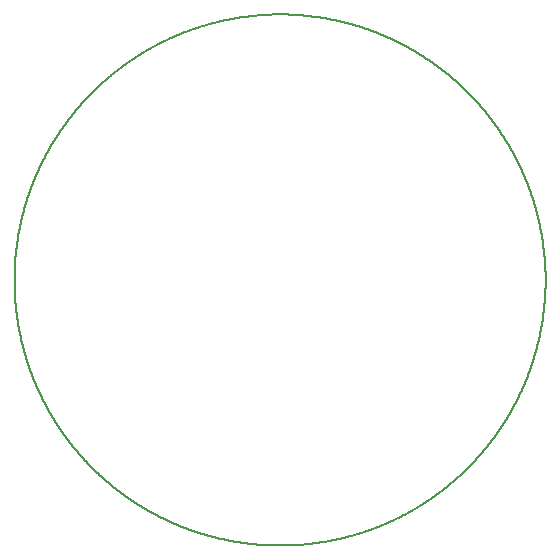
<source format=gm1>
G04 MADE WITH FRITZING*
G04 WWW.FRITZING.ORG*
G04 DOUBLE SIDED*
G04 HOLES PLATED*
G04 CONTOUR ON CENTER OF CONTOUR VECTOR*
%ASAXBY*%
%FSLAX23Y23*%
%MOIN*%
%OFA0B0*%
%SFA1.0B1.0*%
%ADD10C,0.008*%
%LNCONTOUR*%
G90*
G70*
G54D10*
X857Y1772D02*
X858Y1772D01*
X859Y1772D01*
X860Y1772D01*
X861Y1772D01*
X862Y1772D01*
X863Y1772D01*
X864Y1772D01*
X865Y1772D01*
X866Y1772D01*
X867Y1772D01*
X868Y1772D01*
X869Y1772D01*
X870Y1772D01*
X871Y1772D01*
X872Y1772D01*
X873Y1772D01*
X874Y1772D01*
X875Y1772D01*
X876Y1772D01*
X877Y1772D01*
X878Y1772D01*
X879Y1772D01*
X880Y1772D01*
X881Y1772D01*
X882Y1772D01*
X883Y1772D01*
X884Y1772D01*
X885Y1772D01*
X886Y1772D01*
X887Y1772D01*
X888Y1772D01*
X889Y1772D01*
X890Y1772D01*
X891Y1772D01*
X892Y1772D01*
X893Y1772D01*
X894Y1772D01*
X895Y1772D01*
X896Y1772D01*
X897Y1772D01*
X898Y1772D01*
X899Y1772D01*
X900Y1772D01*
X901Y1772D01*
X902Y1772D01*
X903Y1772D01*
X904Y1772D01*
X905Y1772D01*
X906Y1772D01*
X907Y1772D01*
X908Y1772D01*
X909Y1772D01*
X910Y1772D01*
X911Y1772D01*
X912Y1772D01*
X913Y1772D01*
X914Y1771D01*
X915Y1771D01*
X916Y1771D01*
X917Y1771D01*
X918Y1771D01*
X919Y1771D01*
X920Y1771D01*
X921Y1771D01*
X922Y1771D01*
X923Y1771D01*
X924Y1771D01*
X925Y1771D01*
X926Y1771D01*
X927Y1771D01*
X928Y1771D01*
X929Y1771D01*
X930Y1771D01*
X931Y1771D01*
X932Y1771D01*
X933Y1771D01*
X934Y1771D01*
X935Y1771D01*
X936Y1770D01*
X937Y1770D01*
X938Y1770D01*
X939Y1770D01*
X940Y1770D01*
X941Y1770D01*
X942Y1770D01*
X943Y1770D01*
X944Y1770D01*
X945Y1770D01*
X946Y1770D01*
X947Y1770D01*
X948Y1770D01*
X949Y1770D01*
X950Y1770D01*
X951Y1770D01*
X952Y1769D01*
X953Y1769D01*
X954Y1769D01*
X955Y1769D01*
X956Y1769D01*
X957Y1769D01*
X958Y1769D01*
X959Y1769D01*
X960Y1769D01*
X961Y1769D01*
X962Y1769D01*
X963Y1769D01*
X964Y1768D01*
X965Y1768D01*
X966Y1768D01*
X967Y1768D01*
X968Y1768D01*
X969Y1768D01*
X970Y1768D01*
X971Y1768D01*
X972Y1768D01*
X973Y1768D01*
X974Y1768D01*
X975Y1767D01*
X976Y1767D01*
X977Y1767D01*
X978Y1767D01*
X979Y1767D01*
X980Y1767D01*
X981Y1767D01*
X982Y1767D01*
X983Y1767D01*
X984Y1766D01*
X985Y1766D01*
X986Y1766D01*
X987Y1766D01*
X988Y1766D01*
X989Y1766D01*
X990Y1766D01*
X991Y1766D01*
X992Y1766D01*
X993Y1765D01*
X994Y1765D01*
X995Y1765D01*
X996Y1765D01*
X997Y1765D01*
X998Y1765D01*
X999Y1765D01*
X1000Y1765D01*
X1001Y1764D01*
X1002Y1764D01*
X1003Y1764D01*
X1004Y1764D01*
X1005Y1764D01*
X1006Y1764D01*
X1007Y1764D01*
X1008Y1763D01*
X1009Y1763D01*
X1010Y1763D01*
X1011Y1763D01*
X1012Y1763D01*
X1013Y1763D01*
X1014Y1763D01*
X1015Y1762D01*
X1016Y1762D01*
X1017Y1762D01*
X1018Y1762D01*
X1019Y1762D01*
X1020Y1762D01*
X1021Y1762D01*
X1022Y1761D01*
X1023Y1761D01*
X1024Y1761D01*
X1025Y1761D01*
X1026Y1761D01*
X1027Y1761D01*
X1028Y1760D01*
X1029Y1760D01*
X1030Y1760D01*
X1031Y1760D01*
X1032Y1760D01*
X1033Y1760D01*
X1034Y1759D01*
X1035Y1759D01*
X1036Y1759D01*
X1037Y1759D01*
X1038Y1759D01*
X1039Y1759D01*
X1040Y1758D01*
X1041Y1758D01*
X1042Y1758D01*
X1043Y1758D01*
X1044Y1758D01*
X1045Y1758D01*
X1046Y1757D01*
X1047Y1757D01*
X1048Y1757D01*
X1049Y1757D01*
X1050Y1757D01*
X1051Y1756D01*
X1052Y1756D01*
X1053Y1756D01*
X1054Y1756D01*
X1055Y1756D01*
X1056Y1755D01*
X1057Y1755D01*
X1058Y1755D01*
X1059Y1755D01*
X1060Y1755D01*
X1061Y1754D01*
X1062Y1754D01*
X1063Y1754D01*
X1064Y1754D01*
X1065Y1754D01*
X1066Y1753D01*
X1067Y1753D01*
X1068Y1753D01*
X1069Y1753D01*
X1070Y1753D01*
X1071Y1752D01*
X1072Y1752D01*
X1073Y1752D01*
X1074Y1752D01*
X1075Y1751D01*
X1076Y1751D01*
X1077Y1751D01*
X1078Y1751D01*
X1079Y1751D01*
X1080Y1750D01*
X1081Y1750D01*
X1082Y1750D01*
X1083Y1750D01*
X1084Y1749D01*
X1085Y1749D01*
X1086Y1749D01*
X1087Y1749D01*
X1088Y1749D01*
X1089Y1748D01*
X1090Y1748D01*
X1091Y1748D01*
X1092Y1748D01*
X1093Y1747D01*
X1094Y1747D01*
X1095Y1747D01*
X1096Y1747D01*
X1097Y1746D01*
X1098Y1746D01*
X1099Y1746D01*
X1100Y1746D01*
X1101Y1745D01*
X1102Y1745D01*
X1103Y1745D01*
X1104Y1745D01*
X1105Y1744D01*
X1106Y1744D01*
X1107Y1744D01*
X1108Y1744D01*
X1109Y1743D01*
X1110Y1743D01*
X1111Y1743D01*
X1112Y1743D01*
X1113Y1742D01*
X1114Y1742D01*
X1115Y1742D01*
X1116Y1741D01*
X1117Y1741D01*
X1118Y1741D01*
X1119Y1741D01*
X1120Y1740D01*
X1121Y1740D01*
X1122Y1740D01*
X1123Y1740D01*
X1124Y1739D01*
X1125Y1739D01*
X1126Y1739D01*
X1127Y1738D01*
X1128Y1738D01*
X1129Y1738D01*
X1130Y1738D01*
X1131Y1737D01*
X1132Y1737D01*
X1133Y1737D01*
X1134Y1736D01*
X1135Y1736D01*
X1136Y1736D01*
X1137Y1735D01*
X1138Y1735D01*
X1139Y1735D01*
X1140Y1735D01*
X1141Y1734D01*
X1142Y1734D01*
X1143Y1734D01*
X1144Y1733D01*
X1145Y1733D01*
X1146Y1733D01*
X1147Y1733D01*
X1148Y1732D01*
X1149Y1732D01*
X1150Y1732D01*
X1151Y1731D01*
X1152Y1731D01*
X1153Y1731D01*
X1154Y1730D01*
X1155Y1730D01*
X1156Y1730D01*
X1157Y1729D01*
X1158Y1729D01*
X1159Y1729D01*
X1160Y1728D01*
X1161Y1728D01*
X1162Y1728D01*
X1163Y1727D01*
X1164Y1727D01*
X1165Y1727D01*
X1166Y1726D01*
X1167Y1726D01*
X1168Y1726D01*
X1169Y1725D01*
X1170Y1725D01*
X1171Y1725D01*
X1172Y1724D01*
X1173Y1724D01*
X1174Y1724D01*
X1175Y1723D01*
X1176Y1723D01*
X1177Y1723D01*
X1178Y1722D01*
X1179Y1722D01*
X1180Y1722D01*
X1181Y1721D01*
X1182Y1721D01*
X1183Y1720D01*
X1184Y1720D01*
X1185Y1720D01*
X1186Y1719D01*
X1187Y1719D01*
X1188Y1719D01*
X1189Y1718D01*
X1190Y1718D01*
X1191Y1718D01*
X1192Y1717D01*
X1193Y1717D01*
X1194Y1716D01*
X1195Y1716D01*
X1196Y1716D01*
X1197Y1715D01*
X1198Y1715D01*
X1199Y1715D01*
X1200Y1714D01*
X1201Y1714D01*
X1202Y1713D01*
X1203Y1713D01*
X1204Y1713D01*
X1205Y1712D01*
X1206Y1712D01*
X1207Y1712D01*
X1208Y1711D01*
X1209Y1711D01*
X1210Y1710D01*
X1211Y1710D01*
X1212Y1710D01*
X1213Y1709D01*
X1214Y1709D01*
X1215Y1708D01*
X1216Y1708D01*
X1217Y1708D01*
X1218Y1707D01*
X1219Y1707D01*
X1220Y1706D01*
X1221Y1706D01*
X1222Y1705D01*
X1223Y1705D01*
X1224Y1705D01*
X1225Y1704D01*
X1226Y1704D01*
X1227Y1703D01*
X1228Y1703D01*
X1229Y1703D01*
X1230Y1702D01*
X1231Y1702D01*
X1232Y1701D01*
X1233Y1701D01*
X1234Y1700D01*
X1235Y1700D01*
X1236Y1700D01*
X1237Y1699D01*
X1238Y1699D01*
X1239Y1698D01*
X1240Y1698D01*
X1241Y1697D01*
X1242Y1697D01*
X1243Y1697D01*
X1244Y1696D01*
X1245Y1696D01*
X1246Y1695D01*
X1247Y1695D01*
X1248Y1694D01*
X1249Y1694D01*
X1250Y1693D01*
X1251Y1693D01*
X1252Y1692D01*
X1253Y1692D01*
X1254Y1692D01*
X1255Y1691D01*
X1256Y1691D01*
X1257Y1690D01*
X1258Y1690D01*
X1259Y1689D01*
X1260Y1689D01*
X1261Y1688D01*
X1262Y1688D01*
X1263Y1687D01*
X1264Y1687D01*
X1265Y1686D01*
X1266Y1686D01*
X1267Y1685D01*
X1268Y1685D01*
X1269Y1685D01*
X1270Y1684D01*
X1271Y1684D01*
X1272Y1683D01*
X1273Y1683D01*
X1274Y1682D01*
X1275Y1682D01*
X1276Y1681D01*
X1277Y1681D01*
X1278Y1680D01*
X1279Y1680D01*
X1280Y1679D01*
X1281Y1679D01*
X1282Y1678D01*
X1283Y1678D01*
X1284Y1677D01*
X1285Y1677D01*
X1286Y1676D01*
X1287Y1676D01*
X1288Y1675D01*
X1289Y1675D01*
X1290Y1674D01*
X1291Y1674D01*
X1292Y1673D01*
X1293Y1672D01*
X1294Y1672D01*
X1295Y1671D01*
X1296Y1671D01*
X1297Y1670D01*
X1298Y1670D01*
X1299Y1669D01*
X1300Y1669D01*
X1301Y1668D01*
X1302Y1668D01*
X1303Y1667D01*
X1304Y1667D01*
X1305Y1666D01*
X1306Y1666D01*
X1307Y1665D01*
X1308Y1665D01*
X1309Y1664D01*
X1310Y1663D01*
X1311Y1663D01*
X1312Y1662D01*
X1313Y1662D01*
X1314Y1661D01*
X1315Y1661D01*
X1316Y1660D01*
X1317Y1660D01*
X1318Y1659D01*
X1319Y1658D01*
X1320Y1658D01*
X1321Y1657D01*
X1322Y1657D01*
X1323Y1656D01*
X1324Y1656D01*
X1325Y1655D01*
X1326Y1654D01*
X1327Y1654D01*
X1328Y1653D01*
X1329Y1653D01*
X1330Y1652D01*
X1331Y1652D01*
X1332Y1651D01*
X1333Y1650D01*
X1334Y1650D01*
X1335Y1649D01*
X1336Y1649D01*
X1337Y1648D01*
X1338Y1647D01*
X1339Y1647D01*
X1340Y1646D01*
X1341Y1646D01*
X1342Y1645D01*
X1343Y1644D01*
X1344Y1644D01*
X1345Y1643D01*
X1346Y1643D01*
X1347Y1642D01*
X1348Y1641D01*
X1349Y1641D01*
X1350Y1640D01*
X1351Y1639D01*
X1352Y1639D01*
X1353Y1638D01*
X1354Y1638D01*
X1355Y1637D01*
X1356Y1636D01*
X1357Y1636D01*
X1358Y1635D01*
X1359Y1634D01*
X1360Y1634D01*
X1361Y1633D01*
X1362Y1633D01*
X1363Y1632D01*
X1364Y1631D01*
X1365Y1631D01*
X1366Y1630D01*
X1367Y1629D01*
X1368Y1629D01*
X1369Y1628D01*
X1370Y1627D01*
X1371Y1627D01*
X1372Y1626D01*
X1373Y1625D01*
X1374Y1625D01*
X1375Y1624D01*
X1376Y1623D01*
X1377Y1623D01*
X1378Y1622D01*
X1379Y1621D01*
X1380Y1621D01*
X1381Y1620D01*
X1382Y1619D01*
X1383Y1619D01*
X1384Y1618D01*
X1385Y1617D01*
X1386Y1617D01*
X1387Y1616D01*
X1388Y1615D01*
X1389Y1615D01*
X1390Y1614D01*
X1391Y1613D01*
X1392Y1612D01*
X1393Y1612D01*
X1394Y1611D01*
X1395Y1610D01*
X1396Y1610D01*
X1397Y1609D01*
X1398Y1608D01*
X1399Y1608D01*
X1400Y1607D01*
X1401Y1606D01*
X1402Y1605D01*
X1403Y1605D01*
X1404Y1604D01*
X1405Y1603D01*
X1406Y1602D01*
X1407Y1602D01*
X1408Y1601D01*
X1409Y1600D01*
X1410Y1600D01*
X1411Y1599D01*
X1412Y1598D01*
X1413Y1597D01*
X1414Y1597D01*
X1415Y1596D01*
X1416Y1595D01*
X1417Y1594D01*
X1418Y1594D01*
X1419Y1593D01*
X1420Y1592D01*
X1421Y1591D01*
X1422Y1591D01*
X1423Y1590D01*
X1424Y1589D01*
X1425Y1588D01*
X1426Y1587D01*
X1427Y1587D01*
X1428Y1586D01*
X1429Y1585D01*
X1430Y1584D01*
X1431Y1584D01*
X1432Y1583D01*
X1433Y1582D01*
X1434Y1581D01*
X1435Y1580D01*
X1436Y1580D01*
X1437Y1579D01*
X1438Y1578D01*
X1439Y1577D01*
X1440Y1576D01*
X1441Y1576D01*
X1442Y1575D01*
X1443Y1574D01*
X1444Y1573D01*
X1445Y1572D01*
X1446Y1572D01*
X1447Y1571D01*
X1448Y1570D01*
X1449Y1569D01*
X1450Y1568D01*
X1451Y1567D01*
X1452Y1567D01*
X1453Y1566D01*
X1454Y1565D01*
X1455Y1564D01*
X1456Y1563D01*
X1457Y1562D01*
X1458Y1562D01*
X1459Y1561D01*
X1460Y1560D01*
X1461Y1559D01*
X1462Y1558D01*
X1463Y1557D01*
X1464Y1556D01*
X1465Y1556D01*
X1466Y1555D01*
X1467Y1554D01*
X1468Y1553D01*
X1469Y1552D01*
X1470Y1551D01*
X1471Y1550D01*
X1472Y1549D01*
X1473Y1549D01*
X1474Y1548D01*
X1475Y1547D01*
X1476Y1546D01*
X1477Y1545D01*
X1478Y1544D01*
X1479Y1543D01*
X1480Y1542D01*
X1481Y1541D01*
X1482Y1540D01*
X1483Y1540D01*
X1484Y1539D01*
X1485Y1538D01*
X1486Y1537D01*
X1487Y1536D01*
X1488Y1535D01*
X1489Y1534D01*
X1490Y1533D01*
X1491Y1532D01*
X1492Y1531D01*
X1493Y1530D01*
X1494Y1529D01*
X1495Y1528D01*
X1496Y1527D01*
X1497Y1526D01*
X1498Y1525D01*
X1499Y1525D01*
X1500Y1524D01*
X1501Y1523D01*
X1502Y1522D01*
X1503Y1521D01*
X1504Y1520D01*
X1505Y1519D01*
X1506Y1518D01*
X1507Y1517D01*
X1508Y1516D01*
X1509Y1515D01*
X1510Y1514D01*
X1511Y1513D01*
X1512Y1512D01*
X1513Y1511D01*
X1514Y1510D01*
X1515Y1509D01*
X1516Y1508D01*
X1517Y1507D01*
X1518Y1506D01*
X1519Y1505D01*
X1520Y1504D01*
X1521Y1503D01*
X1522Y1502D01*
X1522Y1501D01*
X1523Y1500D01*
X1524Y1499D01*
X1525Y1498D01*
X1526Y1497D01*
X1527Y1496D01*
X1528Y1495D01*
X1529Y1494D01*
X1530Y1493D01*
X1531Y1492D01*
X1532Y1491D01*
X1533Y1490D01*
X1534Y1489D01*
X1535Y1488D01*
X1536Y1487D01*
X1537Y1486D01*
X1538Y1485D01*
X1538Y1484D01*
X1539Y1483D01*
X1540Y1482D01*
X1541Y1481D01*
X1542Y1480D01*
X1543Y1479D01*
X1544Y1478D01*
X1545Y1477D01*
X1546Y1476D01*
X1547Y1475D01*
X1547Y1474D01*
X1548Y1473D01*
X1549Y1472D01*
X1550Y1471D01*
X1551Y1470D01*
X1552Y1469D01*
X1553Y1468D01*
X1554Y1467D01*
X1554Y1466D01*
X1555Y1465D01*
X1556Y1464D01*
X1557Y1463D01*
X1558Y1462D01*
X1559Y1461D01*
X1560Y1460D01*
X1560Y1459D01*
X1561Y1458D01*
X1562Y1457D01*
X1563Y1456D01*
X1564Y1455D01*
X1565Y1454D01*
X1565Y1453D01*
X1566Y1452D01*
X1567Y1451D01*
X1568Y1450D01*
X1569Y1449D01*
X1570Y1448D01*
X1570Y1447D01*
X1571Y1446D01*
X1572Y1445D01*
X1573Y1444D01*
X1574Y1443D01*
X1574Y1442D01*
X1575Y1441D01*
X1576Y1440D01*
X1577Y1439D01*
X1578Y1438D01*
X1578Y1437D01*
X1579Y1436D01*
X1580Y1435D01*
X1581Y1434D01*
X1582Y1433D01*
X1582Y1432D01*
X1583Y1431D01*
X1584Y1430D01*
X1585Y1429D01*
X1585Y1428D01*
X1586Y1427D01*
X1587Y1426D01*
X1588Y1425D01*
X1589Y1424D01*
X1589Y1423D01*
X1590Y1422D01*
X1591Y1421D01*
X1592Y1420D01*
X1592Y1419D01*
X1593Y1418D01*
X1594Y1417D01*
X1595Y1416D01*
X1595Y1415D01*
X1596Y1414D01*
X1597Y1413D01*
X1598Y1412D01*
X1598Y1411D01*
X1599Y1410D01*
X1600Y1409D01*
X1600Y1408D01*
X1601Y1407D01*
X1602Y1406D01*
X1603Y1405D01*
X1603Y1404D01*
X1604Y1403D01*
X1605Y1402D01*
X1606Y1401D01*
X1606Y1400D01*
X1607Y1399D01*
X1608Y1398D01*
X1608Y1397D01*
X1609Y1396D01*
X1610Y1395D01*
X1610Y1394D01*
X1611Y1393D01*
X1612Y1392D01*
X1613Y1391D01*
X1613Y1390D01*
X1614Y1389D01*
X1615Y1388D01*
X1615Y1387D01*
X1616Y1386D01*
X1617Y1385D01*
X1617Y1384D01*
X1618Y1383D01*
X1619Y1382D01*
X1619Y1381D01*
X1620Y1380D01*
X1621Y1379D01*
X1621Y1378D01*
X1622Y1377D01*
X1623Y1376D01*
X1623Y1375D01*
X1624Y1374D01*
X1625Y1373D01*
X1625Y1372D01*
X1626Y1371D01*
X1627Y1370D01*
X1627Y1369D01*
X1628Y1368D01*
X1629Y1367D01*
X1629Y1366D01*
X1630Y1365D01*
X1631Y1364D01*
X1631Y1363D01*
X1632Y1362D01*
X1632Y1361D01*
X1633Y1360D01*
X1634Y1359D01*
X1634Y1358D01*
X1635Y1357D01*
X1636Y1356D01*
X1636Y1355D01*
X1637Y1354D01*
X1637Y1353D01*
X1638Y1352D01*
X1639Y1351D01*
X1639Y1350D01*
X1640Y1349D01*
X1641Y1348D01*
X1641Y1347D01*
X1642Y1346D01*
X1642Y1345D01*
X1643Y1344D01*
X1644Y1343D01*
X1644Y1342D01*
X1645Y1341D01*
X1645Y1340D01*
X1646Y1339D01*
X1647Y1338D01*
X1647Y1337D01*
X1648Y1336D01*
X1648Y1335D01*
X1649Y1334D01*
X1650Y1333D01*
X1650Y1332D01*
X1651Y1331D01*
X1651Y1330D01*
X1652Y1329D01*
X1652Y1328D01*
X1653Y1327D01*
X1654Y1326D01*
X1654Y1325D01*
X1655Y1324D01*
X1655Y1323D01*
X1656Y1322D01*
X1656Y1321D01*
X1657Y1320D01*
X1658Y1319D01*
X1658Y1318D01*
X1659Y1317D01*
X1659Y1316D01*
X1660Y1315D01*
X1660Y1314D01*
X1661Y1313D01*
X1661Y1312D01*
X1662Y1311D01*
X1663Y1310D01*
X1663Y1309D01*
X1664Y1308D01*
X1664Y1307D01*
X1665Y1306D01*
X1665Y1305D01*
X1666Y1304D01*
X1666Y1303D01*
X1667Y1302D01*
X1667Y1301D01*
X1668Y1300D01*
X1668Y1299D01*
X1669Y1298D01*
X1669Y1297D01*
X1670Y1296D01*
X1670Y1295D01*
X1671Y1294D01*
X1672Y1293D01*
X1672Y1292D01*
X1673Y1291D01*
X1673Y1290D01*
X1674Y1289D01*
X1674Y1288D01*
X1675Y1287D01*
X1675Y1286D01*
X1676Y1285D01*
X1676Y1284D01*
X1677Y1283D01*
X1677Y1282D01*
X1678Y1281D01*
X1678Y1280D01*
X1679Y1279D01*
X1679Y1278D01*
X1680Y1277D01*
X1680Y1276D01*
X1681Y1275D01*
X1681Y1274D01*
X1682Y1273D01*
X1682Y1272D01*
X1683Y1271D01*
X1683Y1269D01*
X1684Y1268D01*
X1684Y1267D01*
X1685Y1266D01*
X1685Y1265D01*
X1686Y1264D01*
X1686Y1263D01*
X1687Y1262D01*
X1687Y1261D01*
X1688Y1260D01*
X1688Y1259D01*
X1689Y1258D01*
X1689Y1257D01*
X1690Y1256D01*
X1690Y1254D01*
X1691Y1253D01*
X1691Y1252D01*
X1692Y1251D01*
X1692Y1250D01*
X1693Y1249D01*
X1693Y1248D01*
X1694Y1247D01*
X1694Y1246D01*
X1695Y1245D01*
X1695Y1243D01*
X1696Y1242D01*
X1696Y1241D01*
X1697Y1240D01*
X1697Y1239D01*
X1698Y1238D01*
X1698Y1236D01*
X1699Y1235D01*
X1699Y1234D01*
X1700Y1233D01*
X1700Y1232D01*
X1701Y1231D01*
X1701Y1229D01*
X1702Y1228D01*
X1702Y1227D01*
X1703Y1226D01*
X1703Y1224D01*
X1704Y1223D01*
X1704Y1222D01*
X1705Y1221D01*
X1705Y1220D01*
X1706Y1219D01*
X1706Y1217D01*
X1707Y1216D01*
X1707Y1215D01*
X1708Y1214D01*
X1708Y1212D01*
X1709Y1211D01*
X1709Y1210D01*
X1710Y1209D01*
X1710Y1207D01*
X1711Y1206D01*
X1711Y1204D01*
X1712Y1203D01*
X1712Y1202D01*
X1713Y1201D01*
X1713Y1199D01*
X1714Y1198D01*
X1714Y1196D01*
X1715Y1195D01*
X1715Y1194D01*
X1716Y1193D01*
X1716Y1191D01*
X1717Y1190D01*
X1717Y1188D01*
X1718Y1187D01*
X1718Y1185D01*
X1719Y1184D01*
X1719Y1183D01*
X1720Y1182D01*
X1720Y1180D01*
X1721Y1179D01*
X1721Y1177D01*
X1722Y1176D01*
X1722Y1174D01*
X1723Y1173D01*
X1723Y1171D01*
X1724Y1170D01*
X1724Y1168D01*
X1725Y1167D01*
X1725Y1165D01*
X1726Y1164D01*
X1726Y1162D01*
X1727Y1161D01*
X1727Y1159D01*
X1728Y1158D01*
X1728Y1156D01*
X1729Y1155D01*
X1729Y1153D01*
X1730Y1152D01*
X1730Y1150D01*
X1731Y1149D01*
X1731Y1146D01*
X1732Y1145D01*
X1732Y1143D01*
X1733Y1142D01*
X1733Y1139D01*
X1734Y1138D01*
X1734Y1136D01*
X1735Y1135D01*
X1735Y1133D01*
X1736Y1132D01*
X1736Y1129D01*
X1737Y1128D01*
X1737Y1126D01*
X1738Y1125D01*
X1738Y1122D01*
X1739Y1121D01*
X1739Y1118D01*
X1740Y1117D01*
X1740Y1115D01*
X1741Y1114D01*
X1741Y1111D01*
X1742Y1110D01*
X1742Y1107D01*
X1743Y1106D01*
X1743Y1103D01*
X1744Y1102D01*
X1744Y1099D01*
X1745Y1098D01*
X1745Y1095D01*
X1746Y1094D01*
X1746Y1091D01*
X1747Y1090D01*
X1747Y1086D01*
X1748Y1085D01*
X1748Y1082D01*
X1749Y1081D01*
X1749Y1077D01*
X1750Y1076D01*
X1750Y1073D01*
X1751Y1072D01*
X1751Y1068D01*
X1752Y1067D01*
X1752Y1063D01*
X1753Y1062D01*
X1753Y1058D01*
X1754Y1057D01*
X1754Y1053D01*
X1755Y1052D01*
X1755Y1048D01*
X1756Y1047D01*
X1756Y1042D01*
X1757Y1041D01*
X1757Y1036D01*
X1758Y1035D01*
X1758Y1030D01*
X1759Y1029D01*
X1759Y1024D01*
X1760Y1023D01*
X1760Y1017D01*
X1761Y1016D01*
X1761Y1010D01*
X1762Y1009D01*
X1762Y1003D01*
X1763Y1002D01*
X1763Y995D01*
X1764Y994D01*
X1764Y986D01*
X1765Y985D01*
X1765Y977D01*
X1766Y976D01*
X1766Y966D01*
X1767Y965D01*
X1767Y954D01*
X1768Y953D01*
X1768Y938D01*
X1769Y937D01*
X1769Y916D01*
X1770Y915D01*
X1770Y859D01*
X1769Y858D01*
X1769Y837D01*
X1768Y836D01*
X1768Y821D01*
X1767Y820D01*
X1767Y809D01*
X1766Y808D01*
X1766Y798D01*
X1765Y797D01*
X1765Y789D01*
X1764Y788D01*
X1764Y780D01*
X1763Y779D01*
X1763Y772D01*
X1762Y771D01*
X1762Y765D01*
X1761Y764D01*
X1761Y758D01*
X1760Y757D01*
X1760Y751D01*
X1759Y750D01*
X1759Y745D01*
X1758Y744D01*
X1758Y739D01*
X1757Y738D01*
X1757Y733D01*
X1756Y732D01*
X1756Y727D01*
X1755Y726D01*
X1755Y722D01*
X1754Y721D01*
X1754Y717D01*
X1753Y716D01*
X1753Y712D01*
X1752Y711D01*
X1752Y707D01*
X1751Y706D01*
X1751Y702D01*
X1750Y701D01*
X1750Y698D01*
X1749Y697D01*
X1749Y693D01*
X1748Y692D01*
X1748Y689D01*
X1747Y688D01*
X1747Y684D01*
X1746Y683D01*
X1746Y680D01*
X1745Y679D01*
X1745Y676D01*
X1744Y675D01*
X1744Y672D01*
X1743Y671D01*
X1743Y668D01*
X1742Y667D01*
X1742Y664D01*
X1741Y663D01*
X1741Y660D01*
X1740Y659D01*
X1740Y657D01*
X1739Y656D01*
X1739Y653D01*
X1738Y652D01*
X1738Y649D01*
X1737Y648D01*
X1737Y646D01*
X1736Y645D01*
X1736Y642D01*
X1735Y641D01*
X1735Y639D01*
X1734Y638D01*
X1734Y636D01*
X1733Y635D01*
X1733Y632D01*
X1732Y631D01*
X1732Y629D01*
X1731Y628D01*
X1731Y625D01*
X1730Y624D01*
X1730Y622D01*
X1729Y621D01*
X1729Y619D01*
X1728Y618D01*
X1728Y616D01*
X1727Y615D01*
X1727Y613D01*
X1726Y612D01*
X1726Y610D01*
X1725Y609D01*
X1725Y607D01*
X1724Y606D01*
X1724Y604D01*
X1723Y603D01*
X1723Y601D01*
X1722Y600D01*
X1722Y598D01*
X1721Y597D01*
X1721Y595D01*
X1720Y594D01*
X1720Y592D01*
X1719Y591D01*
X1719Y590D01*
X1718Y589D01*
X1718Y587D01*
X1717Y586D01*
X1717Y584D01*
X1716Y583D01*
X1716Y581D01*
X1715Y580D01*
X1715Y579D01*
X1714Y578D01*
X1714Y576D01*
X1713Y575D01*
X1713Y573D01*
X1712Y572D01*
X1712Y571D01*
X1711Y570D01*
X1711Y568D01*
X1710Y567D01*
X1710Y565D01*
X1709Y564D01*
X1709Y563D01*
X1708Y562D01*
X1708Y560D01*
X1707Y559D01*
X1707Y558D01*
X1706Y557D01*
X1706Y555D01*
X1705Y554D01*
X1705Y553D01*
X1704Y552D01*
X1704Y551D01*
X1703Y550D01*
X1703Y548D01*
X1702Y547D01*
X1702Y546D01*
X1701Y545D01*
X1701Y543D01*
X1700Y542D01*
X1700Y541D01*
X1699Y540D01*
X1699Y539D01*
X1698Y538D01*
X1698Y536D01*
X1697Y535D01*
X1697Y534D01*
X1696Y533D01*
X1696Y532D01*
X1695Y531D01*
X1695Y529D01*
X1694Y528D01*
X1694Y527D01*
X1693Y526D01*
X1693Y525D01*
X1692Y524D01*
X1692Y523D01*
X1691Y522D01*
X1691Y521D01*
X1690Y520D01*
X1690Y518D01*
X1689Y517D01*
X1689Y516D01*
X1688Y515D01*
X1688Y514D01*
X1687Y513D01*
X1687Y512D01*
X1686Y511D01*
X1686Y510D01*
X1685Y509D01*
X1685Y508D01*
X1684Y507D01*
X1684Y506D01*
X1683Y505D01*
X1683Y503D01*
X1682Y502D01*
X1682Y501D01*
X1681Y500D01*
X1681Y499D01*
X1680Y498D01*
X1680Y497D01*
X1679Y496D01*
X1679Y495D01*
X1678Y494D01*
X1678Y493D01*
X1677Y492D01*
X1677Y491D01*
X1676Y490D01*
X1676Y489D01*
X1675Y488D01*
X1675Y487D01*
X1674Y486D01*
X1674Y485D01*
X1673Y484D01*
X1673Y483D01*
X1672Y482D01*
X1672Y481D01*
X1671Y480D01*
X1670Y479D01*
X1670Y478D01*
X1669Y477D01*
X1669Y476D01*
X1668Y475D01*
X1668Y474D01*
X1667Y473D01*
X1667Y472D01*
X1666Y471D01*
X1666Y470D01*
X1665Y469D01*
X1665Y468D01*
X1664Y467D01*
X1664Y466D01*
X1663Y465D01*
X1663Y464D01*
X1662Y463D01*
X1661Y462D01*
X1661Y461D01*
X1660Y460D01*
X1660Y459D01*
X1659Y458D01*
X1659Y457D01*
X1658Y456D01*
X1658Y455D01*
X1657Y454D01*
X1656Y453D01*
X1656Y452D01*
X1655Y451D01*
X1655Y450D01*
X1654Y449D01*
X1654Y448D01*
X1653Y447D01*
X1652Y446D01*
X1652Y445D01*
X1651Y444D01*
X1651Y443D01*
X1650Y442D01*
X1650Y441D01*
X1649Y440D01*
X1648Y439D01*
X1648Y438D01*
X1647Y437D01*
X1647Y436D01*
X1646Y435D01*
X1645Y434D01*
X1645Y433D01*
X1644Y432D01*
X1644Y431D01*
X1643Y430D01*
X1642Y429D01*
X1642Y428D01*
X1641Y427D01*
X1641Y426D01*
X1640Y425D01*
X1639Y424D01*
X1639Y423D01*
X1638Y422D01*
X1637Y421D01*
X1637Y420D01*
X1636Y419D01*
X1636Y418D01*
X1635Y417D01*
X1634Y416D01*
X1634Y415D01*
X1633Y414D01*
X1632Y413D01*
X1632Y412D01*
X1631Y411D01*
X1631Y410D01*
X1630Y409D01*
X1629Y408D01*
X1629Y407D01*
X1628Y406D01*
X1627Y405D01*
X1627Y404D01*
X1626Y403D01*
X1625Y402D01*
X1625Y401D01*
X1624Y400D01*
X1623Y399D01*
X1623Y398D01*
X1622Y397D01*
X1621Y396D01*
X1621Y395D01*
X1620Y394D01*
X1619Y393D01*
X1619Y392D01*
X1618Y391D01*
X1617Y390D01*
X1617Y389D01*
X1616Y388D01*
X1615Y387D01*
X1615Y386D01*
X1614Y385D01*
X1613Y384D01*
X1613Y383D01*
X1612Y382D01*
X1611Y381D01*
X1610Y380D01*
X1610Y379D01*
X1609Y378D01*
X1608Y377D01*
X1608Y376D01*
X1607Y375D01*
X1606Y374D01*
X1606Y373D01*
X1605Y372D01*
X1604Y371D01*
X1603Y370D01*
X1603Y369D01*
X1602Y368D01*
X1601Y367D01*
X1600Y366D01*
X1600Y365D01*
X1599Y364D01*
X1598Y363D01*
X1598Y362D01*
X1597Y361D01*
X1596Y360D01*
X1595Y359D01*
X1595Y358D01*
X1594Y357D01*
X1593Y356D01*
X1592Y355D01*
X1592Y354D01*
X1591Y353D01*
X1590Y352D01*
X1589Y351D01*
X1589Y350D01*
X1588Y349D01*
X1587Y348D01*
X1586Y347D01*
X1585Y346D01*
X1585Y345D01*
X1584Y344D01*
X1583Y343D01*
X1582Y342D01*
X1582Y341D01*
X1581Y340D01*
X1580Y339D01*
X1579Y338D01*
X1578Y337D01*
X1578Y336D01*
X1577Y335D01*
X1576Y334D01*
X1575Y333D01*
X1574Y332D01*
X1574Y331D01*
X1573Y330D01*
X1572Y329D01*
X1571Y328D01*
X1570Y327D01*
X1570Y326D01*
X1569Y325D01*
X1568Y324D01*
X1567Y323D01*
X1566Y322D01*
X1565Y321D01*
X1565Y320D01*
X1564Y319D01*
X1563Y318D01*
X1562Y317D01*
X1561Y316D01*
X1560Y315D01*
X1560Y314D01*
X1559Y313D01*
X1558Y312D01*
X1557Y311D01*
X1556Y310D01*
X1555Y309D01*
X1554Y308D01*
X1554Y307D01*
X1553Y306D01*
X1552Y305D01*
X1551Y304D01*
X1550Y303D01*
X1549Y302D01*
X1548Y301D01*
X1547Y300D01*
X1547Y299D01*
X1546Y298D01*
X1545Y297D01*
X1544Y296D01*
X1543Y295D01*
X1542Y294D01*
X1541Y293D01*
X1540Y292D01*
X1539Y291D01*
X1538Y290D01*
X1538Y289D01*
X1537Y288D01*
X1536Y287D01*
X1535Y286D01*
X1534Y285D01*
X1533Y284D01*
X1532Y283D01*
X1531Y282D01*
X1530Y281D01*
X1529Y280D01*
X1528Y279D01*
X1527Y278D01*
X1526Y277D01*
X1525Y276D01*
X1524Y275D01*
X1523Y274D01*
X1523Y273D01*
X1522Y272D01*
X1521Y271D01*
X1520Y270D01*
X1519Y269D01*
X1518Y268D01*
X1517Y267D01*
X1516Y266D01*
X1515Y265D01*
X1514Y264D01*
X1513Y263D01*
X1512Y262D01*
X1511Y261D01*
X1510Y260D01*
X1509Y259D01*
X1508Y258D01*
X1507Y257D01*
X1506Y256D01*
X1505Y255D01*
X1504Y254D01*
X1503Y253D01*
X1502Y252D01*
X1501Y251D01*
X1500Y250D01*
X1499Y249D01*
X1498Y249D01*
X1497Y248D01*
X1496Y247D01*
X1495Y246D01*
X1494Y245D01*
X1493Y244D01*
X1492Y243D01*
X1491Y242D01*
X1490Y241D01*
X1489Y240D01*
X1488Y239D01*
X1487Y238D01*
X1486Y237D01*
X1485Y236D01*
X1484Y235D01*
X1483Y234D01*
X1482Y234D01*
X1481Y233D01*
X1480Y232D01*
X1479Y231D01*
X1478Y230D01*
X1477Y229D01*
X1476Y228D01*
X1475Y227D01*
X1474Y226D01*
X1473Y225D01*
X1472Y225D01*
X1471Y224D01*
X1470Y223D01*
X1469Y222D01*
X1468Y221D01*
X1467Y220D01*
X1466Y219D01*
X1465Y218D01*
X1464Y218D01*
X1463Y217D01*
X1462Y216D01*
X1461Y215D01*
X1460Y214D01*
X1459Y213D01*
X1458Y212D01*
X1457Y212D01*
X1456Y211D01*
X1455Y210D01*
X1454Y209D01*
X1453Y208D01*
X1452Y207D01*
X1451Y207D01*
X1450Y206D01*
X1449Y205D01*
X1448Y204D01*
X1447Y203D01*
X1446Y202D01*
X1445Y202D01*
X1444Y201D01*
X1443Y200D01*
X1442Y199D01*
X1441Y198D01*
X1440Y198D01*
X1439Y197D01*
X1438Y196D01*
X1437Y195D01*
X1436Y194D01*
X1435Y194D01*
X1434Y193D01*
X1433Y192D01*
X1432Y191D01*
X1431Y190D01*
X1430Y190D01*
X1429Y189D01*
X1428Y188D01*
X1427Y187D01*
X1426Y187D01*
X1425Y186D01*
X1424Y185D01*
X1423Y184D01*
X1422Y183D01*
X1421Y183D01*
X1420Y182D01*
X1419Y181D01*
X1418Y180D01*
X1417Y180D01*
X1416Y179D01*
X1415Y178D01*
X1414Y177D01*
X1413Y177D01*
X1412Y176D01*
X1411Y175D01*
X1410Y174D01*
X1409Y174D01*
X1408Y173D01*
X1407Y172D01*
X1406Y172D01*
X1405Y171D01*
X1404Y170D01*
X1403Y169D01*
X1402Y169D01*
X1401Y168D01*
X1400Y167D01*
X1399Y166D01*
X1398Y166D01*
X1397Y165D01*
X1396Y164D01*
X1395Y164D01*
X1394Y163D01*
X1393Y162D01*
X1392Y162D01*
X1391Y161D01*
X1390Y160D01*
X1389Y159D01*
X1388Y159D01*
X1387Y158D01*
X1386Y157D01*
X1385Y157D01*
X1384Y156D01*
X1383Y155D01*
X1382Y155D01*
X1381Y154D01*
X1380Y153D01*
X1379Y153D01*
X1378Y152D01*
X1377Y151D01*
X1376Y151D01*
X1375Y150D01*
X1374Y149D01*
X1373Y149D01*
X1372Y148D01*
X1371Y147D01*
X1370Y147D01*
X1369Y146D01*
X1368Y145D01*
X1367Y145D01*
X1366Y144D01*
X1365Y143D01*
X1364Y143D01*
X1363Y142D01*
X1362Y141D01*
X1361Y141D01*
X1360Y140D01*
X1359Y140D01*
X1358Y139D01*
X1357Y138D01*
X1356Y138D01*
X1355Y137D01*
X1354Y136D01*
X1353Y136D01*
X1352Y135D01*
X1351Y135D01*
X1350Y134D01*
X1349Y133D01*
X1348Y133D01*
X1347Y132D01*
X1346Y131D01*
X1345Y131D01*
X1344Y130D01*
X1343Y130D01*
X1342Y129D01*
X1341Y128D01*
X1340Y128D01*
X1339Y127D01*
X1338Y127D01*
X1337Y126D01*
X1336Y125D01*
X1335Y125D01*
X1334Y124D01*
X1333Y124D01*
X1332Y123D01*
X1331Y122D01*
X1330Y122D01*
X1329Y121D01*
X1328Y121D01*
X1327Y120D01*
X1326Y120D01*
X1325Y119D01*
X1324Y118D01*
X1323Y118D01*
X1322Y117D01*
X1321Y117D01*
X1320Y116D01*
X1319Y116D01*
X1318Y115D01*
X1317Y114D01*
X1316Y114D01*
X1315Y113D01*
X1314Y113D01*
X1313Y112D01*
X1312Y112D01*
X1311Y111D01*
X1310Y111D01*
X1309Y110D01*
X1308Y109D01*
X1307Y109D01*
X1306Y108D01*
X1305Y108D01*
X1304Y107D01*
X1303Y107D01*
X1302Y106D01*
X1301Y106D01*
X1300Y105D01*
X1299Y105D01*
X1298Y104D01*
X1297Y104D01*
X1296Y103D01*
X1295Y103D01*
X1294Y102D01*
X1293Y102D01*
X1292Y101D01*
X1291Y100D01*
X1290Y100D01*
X1289Y99D01*
X1288Y99D01*
X1287Y98D01*
X1286Y98D01*
X1285Y97D01*
X1284Y97D01*
X1283Y96D01*
X1282Y96D01*
X1281Y95D01*
X1280Y95D01*
X1279Y94D01*
X1278Y94D01*
X1277Y93D01*
X1276Y93D01*
X1275Y92D01*
X1274Y92D01*
X1273Y91D01*
X1272Y91D01*
X1271Y90D01*
X1270Y90D01*
X1269Y89D01*
X1268Y89D01*
X1267Y89D01*
X1266Y88D01*
X1265Y88D01*
X1264Y87D01*
X1263Y87D01*
X1262Y86D01*
X1261Y86D01*
X1260Y85D01*
X1259Y85D01*
X1258Y84D01*
X1257Y84D01*
X1256Y83D01*
X1255Y83D01*
X1254Y82D01*
X1253Y82D01*
X1252Y82D01*
X1251Y81D01*
X1250Y81D01*
X1249Y80D01*
X1248Y80D01*
X1247Y79D01*
X1246Y79D01*
X1245Y78D01*
X1244Y78D01*
X1243Y77D01*
X1242Y77D01*
X1241Y77D01*
X1240Y76D01*
X1239Y76D01*
X1238Y75D01*
X1237Y75D01*
X1236Y74D01*
X1235Y74D01*
X1234Y74D01*
X1233Y73D01*
X1232Y73D01*
X1231Y72D01*
X1230Y72D01*
X1229Y71D01*
X1228Y71D01*
X1227Y71D01*
X1226Y70D01*
X1225Y70D01*
X1224Y69D01*
X1223Y69D01*
X1222Y69D01*
X1221Y68D01*
X1220Y68D01*
X1219Y67D01*
X1218Y67D01*
X1217Y66D01*
X1216Y66D01*
X1215Y66D01*
X1214Y65D01*
X1213Y65D01*
X1212Y64D01*
X1211Y64D01*
X1210Y64D01*
X1209Y63D01*
X1208Y63D01*
X1207Y62D01*
X1206Y62D01*
X1205Y62D01*
X1204Y61D01*
X1203Y61D01*
X1202Y61D01*
X1201Y60D01*
X1200Y60D01*
X1199Y59D01*
X1198Y59D01*
X1197Y59D01*
X1196Y58D01*
X1195Y58D01*
X1194Y58D01*
X1193Y57D01*
X1192Y57D01*
X1191Y56D01*
X1190Y56D01*
X1189Y56D01*
X1188Y55D01*
X1187Y55D01*
X1186Y55D01*
X1185Y54D01*
X1184Y54D01*
X1183Y54D01*
X1182Y53D01*
X1181Y53D01*
X1180Y52D01*
X1179Y52D01*
X1178Y52D01*
X1177Y51D01*
X1176Y51D01*
X1175Y51D01*
X1174Y50D01*
X1173Y50D01*
X1172Y50D01*
X1171Y49D01*
X1170Y49D01*
X1169Y49D01*
X1168Y48D01*
X1167Y48D01*
X1166Y48D01*
X1165Y47D01*
X1164Y47D01*
X1163Y47D01*
X1162Y46D01*
X1161Y46D01*
X1160Y46D01*
X1159Y45D01*
X1158Y45D01*
X1157Y45D01*
X1156Y44D01*
X1155Y44D01*
X1154Y44D01*
X1153Y43D01*
X1152Y43D01*
X1151Y43D01*
X1150Y42D01*
X1149Y42D01*
X1148Y42D01*
X1147Y41D01*
X1146Y41D01*
X1145Y41D01*
X1144Y41D01*
X1143Y40D01*
X1142Y40D01*
X1141Y40D01*
X1140Y39D01*
X1139Y39D01*
X1138Y39D01*
X1137Y39D01*
X1136Y38D01*
X1135Y38D01*
X1134Y38D01*
X1133Y37D01*
X1132Y37D01*
X1131Y37D01*
X1130Y36D01*
X1129Y36D01*
X1128Y36D01*
X1127Y36D01*
X1126Y35D01*
X1125Y35D01*
X1124Y35D01*
X1123Y34D01*
X1122Y34D01*
X1121Y34D01*
X1120Y34D01*
X1119Y33D01*
X1118Y33D01*
X1117Y33D01*
X1116Y33D01*
X1115Y32D01*
X1114Y32D01*
X1113Y32D01*
X1112Y31D01*
X1111Y31D01*
X1110Y31D01*
X1109Y31D01*
X1108Y30D01*
X1107Y30D01*
X1106Y30D01*
X1105Y30D01*
X1104Y29D01*
X1103Y29D01*
X1102Y29D01*
X1101Y29D01*
X1100Y28D01*
X1099Y28D01*
X1098Y28D01*
X1097Y28D01*
X1096Y27D01*
X1095Y27D01*
X1094Y27D01*
X1093Y27D01*
X1092Y26D01*
X1091Y26D01*
X1090Y26D01*
X1089Y26D01*
X1088Y25D01*
X1087Y25D01*
X1086Y25D01*
X1085Y25D01*
X1084Y25D01*
X1083Y24D01*
X1082Y24D01*
X1081Y24D01*
X1080Y24D01*
X1079Y23D01*
X1078Y23D01*
X1077Y23D01*
X1076Y23D01*
X1075Y23D01*
X1074Y22D01*
X1073Y22D01*
X1072Y22D01*
X1071Y22D01*
X1070Y21D01*
X1069Y21D01*
X1068Y21D01*
X1067Y21D01*
X1066Y21D01*
X1065Y20D01*
X1064Y20D01*
X1063Y20D01*
X1062Y20D01*
X1061Y20D01*
X1060Y19D01*
X1059Y19D01*
X1058Y19D01*
X1057Y19D01*
X1056Y19D01*
X1055Y18D01*
X1054Y18D01*
X1053Y18D01*
X1052Y18D01*
X1051Y18D01*
X1050Y17D01*
X1049Y17D01*
X1048Y17D01*
X1047Y17D01*
X1046Y17D01*
X1045Y16D01*
X1044Y16D01*
X1043Y16D01*
X1042Y16D01*
X1041Y16D01*
X1040Y16D01*
X1039Y15D01*
X1038Y15D01*
X1037Y15D01*
X1036Y15D01*
X1035Y15D01*
X1034Y15D01*
X1033Y14D01*
X1032Y14D01*
X1031Y14D01*
X1030Y14D01*
X1029Y14D01*
X1028Y14D01*
X1027Y13D01*
X1026Y13D01*
X1025Y13D01*
X1024Y13D01*
X1023Y13D01*
X1022Y13D01*
X1021Y12D01*
X1020Y12D01*
X1019Y12D01*
X1018Y12D01*
X1017Y12D01*
X1016Y12D01*
X1015Y12D01*
X1014Y11D01*
X1013Y11D01*
X1012Y11D01*
X1011Y11D01*
X1010Y11D01*
X1009Y11D01*
X1008Y11D01*
X1007Y10D01*
X1006Y10D01*
X1005Y10D01*
X1004Y10D01*
X1003Y10D01*
X1002Y10D01*
X1001Y10D01*
X1000Y9D01*
X999Y9D01*
X998Y9D01*
X997Y9D01*
X996Y9D01*
X995Y9D01*
X994Y9D01*
X993Y9D01*
X992Y8D01*
X991Y8D01*
X990Y8D01*
X989Y8D01*
X988Y8D01*
X987Y8D01*
X986Y8D01*
X985Y8D01*
X984Y8D01*
X983Y7D01*
X982Y7D01*
X981Y7D01*
X980Y7D01*
X979Y7D01*
X978Y7D01*
X977Y7D01*
X976Y7D01*
X975Y7D01*
X974Y6D01*
X973Y6D01*
X972Y6D01*
X971Y6D01*
X970Y6D01*
X969Y6D01*
X968Y6D01*
X967Y6D01*
X966Y6D01*
X965Y6D01*
X964Y6D01*
X963Y5D01*
X962Y5D01*
X961Y5D01*
X960Y5D01*
X959Y5D01*
X958Y5D01*
X957Y5D01*
X956Y5D01*
X955Y5D01*
X954Y5D01*
X953Y5D01*
X952Y5D01*
X951Y4D01*
X950Y4D01*
X949Y4D01*
X948Y4D01*
X947Y4D01*
X946Y4D01*
X945Y4D01*
X944Y4D01*
X943Y4D01*
X942Y4D01*
X941Y4D01*
X940Y4D01*
X939Y4D01*
X938Y4D01*
X937Y4D01*
X936Y4D01*
X935Y3D01*
X934Y3D01*
X933Y3D01*
X932Y3D01*
X931Y3D01*
X930Y3D01*
X929Y3D01*
X928Y3D01*
X927Y3D01*
X926Y3D01*
X925Y3D01*
X924Y3D01*
X923Y3D01*
X922Y3D01*
X921Y3D01*
X920Y3D01*
X919Y3D01*
X918Y3D01*
X917Y3D01*
X916Y3D01*
X915Y3D01*
X914Y3D01*
X913Y2D01*
X912Y2D01*
X911Y2D01*
X910Y2D01*
X909Y2D01*
X908Y2D01*
X907Y2D01*
X906Y2D01*
X905Y2D01*
X904Y2D01*
X903Y2D01*
X902Y2D01*
X901Y2D01*
X900Y2D01*
X899Y2D01*
X898Y2D01*
X897Y2D01*
X896Y2D01*
X895Y2D01*
X894Y2D01*
X893Y2D01*
X892Y2D01*
X891Y2D01*
X890Y2D01*
X889Y2D01*
X888Y2D01*
X887Y2D01*
X886Y2D01*
X885Y2D01*
X884Y2D01*
X883Y2D01*
X882Y2D01*
X881Y2D01*
X880Y2D01*
X879Y2D01*
X878Y2D01*
X877Y2D01*
X876Y2D01*
X875Y2D01*
X874Y2D01*
X873Y2D01*
X872Y2D01*
X871Y2D01*
X870Y2D01*
X869Y2D01*
X868Y2D01*
X867Y2D01*
X866Y2D01*
X865Y2D01*
X864Y2D01*
X863Y2D01*
X862Y2D01*
X861Y2D01*
X860Y2D01*
X859Y2D01*
X858Y2D01*
X857Y2D01*
X856Y3D01*
X855Y3D01*
X854Y3D01*
X853Y3D01*
X852Y3D01*
X851Y3D01*
X850Y3D01*
X849Y3D01*
X848Y3D01*
X847Y3D01*
X846Y3D01*
X845Y3D01*
X844Y3D01*
X843Y3D01*
X842Y3D01*
X841Y3D01*
X840Y3D01*
X839Y3D01*
X838Y3D01*
X837Y3D01*
X836Y3D01*
X835Y3D01*
X834Y4D01*
X833Y4D01*
X832Y4D01*
X831Y4D01*
X830Y4D01*
X829Y4D01*
X828Y4D01*
X827Y4D01*
X826Y4D01*
X825Y4D01*
X824Y4D01*
X823Y4D01*
X822Y4D01*
X821Y4D01*
X820Y4D01*
X819Y4D01*
X818Y5D01*
X817Y5D01*
X816Y5D01*
X815Y5D01*
X814Y5D01*
X813Y5D01*
X812Y5D01*
X811Y5D01*
X810Y5D01*
X809Y5D01*
X808Y5D01*
X807Y5D01*
X806Y6D01*
X805Y6D01*
X804Y6D01*
X803Y6D01*
X802Y6D01*
X801Y6D01*
X800Y6D01*
X799Y6D01*
X798Y6D01*
X797Y6D01*
X796Y6D01*
X795Y7D01*
X794Y7D01*
X793Y7D01*
X792Y7D01*
X791Y7D01*
X790Y7D01*
X789Y7D01*
X788Y7D01*
X787Y7D01*
X786Y8D01*
X785Y8D01*
X784Y8D01*
X783Y8D01*
X782Y8D01*
X781Y8D01*
X780Y8D01*
X779Y8D01*
X778Y8D01*
X777Y9D01*
X776Y9D01*
X775Y9D01*
X774Y9D01*
X773Y9D01*
X772Y9D01*
X771Y9D01*
X770Y9D01*
X769Y10D01*
X768Y10D01*
X767Y10D01*
X766Y10D01*
X765Y10D01*
X764Y10D01*
X763Y10D01*
X762Y11D01*
X761Y11D01*
X760Y11D01*
X759Y11D01*
X758Y11D01*
X757Y11D01*
X756Y11D01*
X755Y12D01*
X754Y12D01*
X753Y12D01*
X752Y12D01*
X751Y12D01*
X750Y12D01*
X749Y12D01*
X748Y13D01*
X747Y13D01*
X746Y13D01*
X745Y13D01*
X744Y13D01*
X743Y13D01*
X742Y14D01*
X741Y14D01*
X740Y14D01*
X739Y14D01*
X738Y14D01*
X737Y14D01*
X736Y15D01*
X735Y15D01*
X734Y15D01*
X733Y15D01*
X732Y15D01*
X731Y15D01*
X730Y16D01*
X729Y16D01*
X728Y16D01*
X727Y16D01*
X726Y16D01*
X725Y16D01*
X724Y17D01*
X723Y17D01*
X722Y17D01*
X721Y17D01*
X720Y17D01*
X719Y18D01*
X718Y18D01*
X717Y18D01*
X716Y18D01*
X715Y18D01*
X714Y19D01*
X713Y19D01*
X712Y19D01*
X711Y19D01*
X710Y19D01*
X709Y20D01*
X708Y20D01*
X707Y20D01*
X706Y20D01*
X705Y20D01*
X704Y21D01*
X703Y21D01*
X702Y21D01*
X701Y21D01*
X700Y21D01*
X699Y22D01*
X698Y22D01*
X697Y22D01*
X696Y22D01*
X695Y23D01*
X694Y23D01*
X693Y23D01*
X692Y23D01*
X691Y23D01*
X690Y24D01*
X689Y24D01*
X688Y24D01*
X687Y24D01*
X686Y25D01*
X685Y25D01*
X684Y25D01*
X683Y25D01*
X682Y25D01*
X681Y26D01*
X680Y26D01*
X679Y26D01*
X678Y26D01*
X677Y27D01*
X676Y27D01*
X675Y27D01*
X674Y27D01*
X673Y28D01*
X672Y28D01*
X671Y28D01*
X670Y28D01*
X669Y29D01*
X668Y29D01*
X667Y29D01*
X666Y29D01*
X665Y30D01*
X664Y30D01*
X663Y30D01*
X662Y30D01*
X661Y31D01*
X660Y31D01*
X659Y31D01*
X658Y31D01*
X657Y32D01*
X656Y32D01*
X655Y32D01*
X654Y33D01*
X653Y33D01*
X652Y33D01*
X651Y33D01*
X650Y34D01*
X649Y34D01*
X648Y34D01*
X647Y34D01*
X646Y35D01*
X645Y35D01*
X644Y35D01*
X643Y36D01*
X642Y36D01*
X641Y36D01*
X640Y36D01*
X639Y37D01*
X638Y37D01*
X637Y37D01*
X636Y38D01*
X635Y38D01*
X634Y38D01*
X633Y39D01*
X632Y39D01*
X631Y39D01*
X630Y39D01*
X629Y40D01*
X628Y40D01*
X627Y40D01*
X626Y41D01*
X625Y41D01*
X624Y41D01*
X623Y41D01*
X622Y42D01*
X621Y42D01*
X620Y42D01*
X619Y43D01*
X618Y43D01*
X617Y43D01*
X616Y44D01*
X615Y44D01*
X614Y44D01*
X613Y45D01*
X612Y45D01*
X611Y45D01*
X610Y46D01*
X609Y46D01*
X608Y46D01*
X607Y47D01*
X606Y47D01*
X605Y47D01*
X604Y48D01*
X603Y48D01*
X602Y48D01*
X601Y49D01*
X600Y49D01*
X599Y49D01*
X598Y50D01*
X597Y50D01*
X596Y50D01*
X595Y51D01*
X594Y51D01*
X593Y51D01*
X592Y52D01*
X591Y52D01*
X590Y52D01*
X589Y53D01*
X588Y53D01*
X587Y54D01*
X586Y54D01*
X585Y54D01*
X584Y55D01*
X583Y55D01*
X582Y55D01*
X581Y56D01*
X580Y56D01*
X579Y56D01*
X578Y57D01*
X577Y57D01*
X576Y58D01*
X575Y58D01*
X574Y58D01*
X573Y59D01*
X572Y59D01*
X571Y59D01*
X570Y60D01*
X569Y60D01*
X568Y61D01*
X567Y61D01*
X566Y61D01*
X565Y62D01*
X564Y62D01*
X563Y62D01*
X562Y63D01*
X561Y63D01*
X560Y64D01*
X559Y64D01*
X558Y64D01*
X557Y65D01*
X556Y65D01*
X555Y66D01*
X554Y66D01*
X553Y66D01*
X552Y67D01*
X551Y67D01*
X550Y68D01*
X549Y68D01*
X548Y69D01*
X547Y69D01*
X546Y69D01*
X545Y70D01*
X544Y70D01*
X543Y71D01*
X542Y71D01*
X541Y71D01*
X540Y72D01*
X539Y72D01*
X538Y73D01*
X537Y73D01*
X536Y74D01*
X535Y74D01*
X534Y74D01*
X533Y75D01*
X532Y75D01*
X531Y76D01*
X530Y76D01*
X529Y77D01*
X528Y77D01*
X527Y77D01*
X526Y78D01*
X525Y78D01*
X524Y79D01*
X523Y79D01*
X522Y80D01*
X521Y80D01*
X520Y81D01*
X519Y81D01*
X518Y82D01*
X517Y82D01*
X516Y82D01*
X515Y83D01*
X514Y83D01*
X513Y84D01*
X512Y84D01*
X511Y85D01*
X510Y85D01*
X509Y86D01*
X508Y86D01*
X507Y87D01*
X506Y87D01*
X505Y88D01*
X504Y88D01*
X503Y89D01*
X502Y89D01*
X501Y89D01*
X500Y90D01*
X499Y90D01*
X498Y91D01*
X497Y91D01*
X496Y92D01*
X495Y92D01*
X494Y93D01*
X493Y93D01*
X492Y94D01*
X491Y94D01*
X490Y95D01*
X489Y95D01*
X488Y96D01*
X487Y96D01*
X486Y97D01*
X485Y97D01*
X484Y98D01*
X483Y98D01*
X482Y99D01*
X481Y99D01*
X480Y100D01*
X479Y100D01*
X478Y101D01*
X477Y102D01*
X476Y102D01*
X475Y103D01*
X474Y103D01*
X473Y104D01*
X472Y104D01*
X471Y105D01*
X470Y105D01*
X469Y106D01*
X468Y106D01*
X467Y107D01*
X466Y107D01*
X465Y108D01*
X464Y108D01*
X463Y109D01*
X462Y109D01*
X461Y110D01*
X460Y111D01*
X459Y111D01*
X458Y112D01*
X457Y112D01*
X456Y113D01*
X455Y113D01*
X454Y114D01*
X453Y114D01*
X452Y115D01*
X451Y116D01*
X450Y116D01*
X449Y117D01*
X448Y117D01*
X447Y118D01*
X446Y118D01*
X445Y119D01*
X444Y120D01*
X443Y120D01*
X442Y121D01*
X441Y121D01*
X440Y122D01*
X439Y122D01*
X438Y123D01*
X437Y124D01*
X436Y124D01*
X435Y125D01*
X434Y125D01*
X433Y126D01*
X432Y127D01*
X431Y127D01*
X430Y128D01*
X429Y128D01*
X428Y129D01*
X427Y130D01*
X426Y130D01*
X425Y131D01*
X424Y131D01*
X423Y132D01*
X422Y133D01*
X421Y133D01*
X420Y134D01*
X419Y135D01*
X418Y135D01*
X417Y136D01*
X416Y136D01*
X415Y137D01*
X414Y138D01*
X413Y138D01*
X412Y139D01*
X411Y140D01*
X410Y140D01*
X409Y141D01*
X408Y141D01*
X407Y142D01*
X406Y143D01*
X405Y143D01*
X404Y144D01*
X403Y145D01*
X402Y145D01*
X401Y146D01*
X400Y147D01*
X399Y147D01*
X398Y148D01*
X397Y149D01*
X396Y149D01*
X395Y150D01*
X394Y151D01*
X393Y151D01*
X392Y152D01*
X391Y153D01*
X390Y153D01*
X389Y154D01*
X388Y155D01*
X387Y155D01*
X386Y156D01*
X385Y157D01*
X384Y157D01*
X383Y158D01*
X382Y159D01*
X381Y159D01*
X380Y160D01*
X379Y161D01*
X378Y162D01*
X377Y162D01*
X376Y163D01*
X375Y164D01*
X374Y164D01*
X373Y165D01*
X372Y166D01*
X371Y166D01*
X370Y167D01*
X369Y168D01*
X368Y169D01*
X367Y169D01*
X366Y170D01*
X365Y171D01*
X364Y172D01*
X363Y172D01*
X362Y173D01*
X361Y174D01*
X360Y174D01*
X359Y175D01*
X358Y176D01*
X357Y177D01*
X356Y177D01*
X355Y178D01*
X354Y179D01*
X353Y180D01*
X352Y180D01*
X351Y181D01*
X350Y182D01*
X349Y183D01*
X348Y183D01*
X347Y184D01*
X346Y185D01*
X345Y186D01*
X344Y187D01*
X343Y187D01*
X342Y188D01*
X341Y189D01*
X340Y190D01*
X339Y190D01*
X338Y191D01*
X337Y192D01*
X336Y193D01*
X335Y194D01*
X334Y194D01*
X333Y195D01*
X332Y196D01*
X331Y197D01*
X330Y198D01*
X329Y198D01*
X328Y199D01*
X327Y200D01*
X326Y201D01*
X325Y202D01*
X324Y202D01*
X323Y203D01*
X322Y204D01*
X321Y205D01*
X320Y206D01*
X319Y207D01*
X318Y207D01*
X317Y208D01*
X316Y209D01*
X315Y210D01*
X314Y211D01*
X313Y212D01*
X312Y212D01*
X311Y213D01*
X310Y214D01*
X309Y215D01*
X308Y216D01*
X307Y217D01*
X306Y218D01*
X305Y218D01*
X304Y219D01*
X303Y220D01*
X302Y221D01*
X301Y222D01*
X300Y223D01*
X299Y224D01*
X298Y225D01*
X297Y225D01*
X296Y226D01*
X295Y227D01*
X294Y228D01*
X293Y229D01*
X292Y230D01*
X291Y231D01*
X290Y232D01*
X289Y233D01*
X288Y234D01*
X287Y234D01*
X286Y235D01*
X285Y236D01*
X284Y237D01*
X283Y238D01*
X282Y239D01*
X281Y240D01*
X280Y241D01*
X279Y242D01*
X278Y243D01*
X277Y244D01*
X276Y245D01*
X275Y246D01*
X274Y247D01*
X273Y248D01*
X272Y249D01*
X271Y250D01*
X270Y250D01*
X269Y251D01*
X268Y252D01*
X267Y253D01*
X266Y254D01*
X265Y255D01*
X264Y256D01*
X263Y257D01*
X262Y258D01*
X261Y259D01*
X260Y260D01*
X259Y261D01*
X258Y262D01*
X257Y263D01*
X256Y264D01*
X255Y265D01*
X254Y266D01*
X253Y267D01*
X252Y268D01*
X251Y269D01*
X250Y270D01*
X249Y271D01*
X248Y272D01*
X247Y273D01*
X247Y274D01*
X246Y275D01*
X245Y276D01*
X244Y277D01*
X243Y278D01*
X242Y279D01*
X241Y280D01*
X240Y281D01*
X239Y282D01*
X238Y283D01*
X237Y284D01*
X236Y285D01*
X235Y286D01*
X234Y287D01*
X233Y288D01*
X232Y289D01*
X232Y290D01*
X231Y291D01*
X230Y292D01*
X229Y293D01*
X228Y294D01*
X227Y295D01*
X226Y296D01*
X225Y297D01*
X224Y298D01*
X223Y299D01*
X223Y300D01*
X222Y301D01*
X221Y302D01*
X220Y303D01*
X219Y304D01*
X218Y305D01*
X217Y306D01*
X216Y307D01*
X216Y308D01*
X215Y309D01*
X214Y310D01*
X213Y311D01*
X212Y312D01*
X211Y313D01*
X210Y314D01*
X210Y315D01*
X209Y316D01*
X208Y317D01*
X207Y318D01*
X206Y319D01*
X205Y320D01*
X205Y321D01*
X204Y322D01*
X203Y323D01*
X202Y324D01*
X201Y325D01*
X200Y326D01*
X200Y327D01*
X199Y328D01*
X198Y329D01*
X197Y330D01*
X196Y331D01*
X196Y332D01*
X195Y333D01*
X194Y334D01*
X193Y335D01*
X192Y336D01*
X192Y337D01*
X191Y338D01*
X190Y339D01*
X189Y340D01*
X188Y341D01*
X188Y342D01*
X187Y343D01*
X186Y344D01*
X185Y345D01*
X185Y346D01*
X184Y347D01*
X183Y348D01*
X182Y349D01*
X181Y350D01*
X181Y351D01*
X180Y352D01*
X179Y353D01*
X178Y354D01*
X178Y355D01*
X177Y356D01*
X176Y357D01*
X175Y358D01*
X175Y359D01*
X174Y360D01*
X173Y361D01*
X172Y362D01*
X172Y363D01*
X171Y364D01*
X170Y365D01*
X170Y366D01*
X169Y367D01*
X168Y368D01*
X167Y369D01*
X167Y370D01*
X166Y371D01*
X165Y372D01*
X164Y373D01*
X164Y374D01*
X163Y375D01*
X162Y376D01*
X162Y377D01*
X161Y378D01*
X160Y379D01*
X160Y380D01*
X159Y381D01*
X158Y382D01*
X157Y383D01*
X157Y384D01*
X156Y385D01*
X155Y386D01*
X155Y387D01*
X154Y388D01*
X153Y389D01*
X153Y390D01*
X152Y391D01*
X151Y392D01*
X151Y393D01*
X150Y394D01*
X149Y395D01*
X149Y396D01*
X148Y397D01*
X147Y398D01*
X147Y399D01*
X146Y400D01*
X145Y401D01*
X145Y402D01*
X144Y403D01*
X143Y404D01*
X143Y405D01*
X142Y406D01*
X141Y407D01*
X141Y408D01*
X140Y409D01*
X139Y410D01*
X139Y411D01*
X138Y412D01*
X138Y413D01*
X137Y414D01*
X136Y415D01*
X136Y416D01*
X135Y417D01*
X134Y418D01*
X134Y419D01*
X133Y420D01*
X133Y421D01*
X132Y422D01*
X131Y423D01*
X131Y424D01*
X130Y425D01*
X129Y426D01*
X129Y427D01*
X128Y428D01*
X128Y429D01*
X127Y430D01*
X126Y431D01*
X126Y432D01*
X125Y433D01*
X125Y434D01*
X124Y435D01*
X123Y436D01*
X123Y437D01*
X122Y438D01*
X122Y439D01*
X121Y440D01*
X120Y441D01*
X120Y442D01*
X119Y443D01*
X119Y444D01*
X118Y445D01*
X118Y446D01*
X117Y447D01*
X116Y448D01*
X116Y449D01*
X115Y450D01*
X115Y451D01*
X114Y452D01*
X114Y453D01*
X113Y454D01*
X112Y455D01*
X112Y456D01*
X111Y457D01*
X111Y458D01*
X110Y459D01*
X110Y460D01*
X109Y461D01*
X109Y462D01*
X108Y463D01*
X107Y464D01*
X107Y465D01*
X106Y466D01*
X106Y467D01*
X105Y468D01*
X105Y469D01*
X104Y470D01*
X104Y471D01*
X103Y472D01*
X103Y473D01*
X102Y474D01*
X102Y475D01*
X101Y476D01*
X101Y477D01*
X100Y478D01*
X100Y479D01*
X99Y480D01*
X98Y481D01*
X98Y482D01*
X97Y483D01*
X97Y484D01*
X96Y485D01*
X96Y486D01*
X95Y487D01*
X95Y488D01*
X94Y489D01*
X94Y490D01*
X93Y491D01*
X93Y492D01*
X92Y493D01*
X92Y494D01*
X91Y495D01*
X91Y496D01*
X90Y497D01*
X90Y498D01*
X89Y499D01*
X89Y500D01*
X88Y501D01*
X88Y502D01*
X87Y503D01*
X87Y505D01*
X86Y506D01*
X86Y507D01*
X85Y508D01*
X85Y509D01*
X84Y510D01*
X84Y511D01*
X83Y512D01*
X83Y513D01*
X82Y514D01*
X82Y515D01*
X81Y516D01*
X81Y517D01*
X80Y518D01*
X80Y520D01*
X79Y521D01*
X79Y522D01*
X78Y523D01*
X78Y524D01*
X77Y525D01*
X77Y526D01*
X76Y527D01*
X76Y528D01*
X75Y529D01*
X75Y531D01*
X74Y532D01*
X74Y533D01*
X73Y534D01*
X73Y535D01*
X72Y536D01*
X72Y538D01*
X71Y539D01*
X71Y540D01*
X70Y541D01*
X70Y542D01*
X69Y543D01*
X69Y545D01*
X68Y546D01*
X68Y547D01*
X67Y548D01*
X67Y550D01*
X66Y551D01*
X66Y552D01*
X65Y553D01*
X65Y554D01*
X64Y555D01*
X64Y557D01*
X63Y558D01*
X63Y559D01*
X62Y560D01*
X62Y562D01*
X61Y563D01*
X61Y564D01*
X60Y565D01*
X60Y567D01*
X59Y568D01*
X59Y570D01*
X58Y571D01*
X58Y572D01*
X57Y573D01*
X57Y575D01*
X56Y576D01*
X56Y578D01*
X55Y579D01*
X55Y580D01*
X54Y581D01*
X54Y583D01*
X53Y584D01*
X53Y586D01*
X52Y587D01*
X52Y589D01*
X51Y590D01*
X51Y591D01*
X50Y592D01*
X50Y594D01*
X49Y595D01*
X49Y597D01*
X48Y598D01*
X48Y600D01*
X47Y601D01*
X47Y603D01*
X46Y604D01*
X46Y606D01*
X45Y607D01*
X45Y609D01*
X44Y610D01*
X44Y612D01*
X43Y613D01*
X43Y615D01*
X42Y616D01*
X42Y618D01*
X41Y619D01*
X41Y621D01*
X40Y622D01*
X40Y624D01*
X39Y625D01*
X39Y628D01*
X38Y629D01*
X38Y631D01*
X37Y632D01*
X37Y635D01*
X36Y636D01*
X36Y638D01*
X35Y639D01*
X35Y641D01*
X34Y642D01*
X34Y645D01*
X33Y646D01*
X33Y648D01*
X32Y649D01*
X32Y652D01*
X31Y653D01*
X31Y656D01*
X30Y657D01*
X30Y659D01*
X29Y660D01*
X29Y663D01*
X28Y664D01*
X28Y667D01*
X27Y668D01*
X27Y671D01*
X26Y672D01*
X26Y675D01*
X25Y676D01*
X25Y679D01*
X24Y680D01*
X24Y683D01*
X23Y684D01*
X23Y688D01*
X22Y689D01*
X22Y692D01*
X21Y693D01*
X21Y697D01*
X20Y698D01*
X20Y701D01*
X19Y702D01*
X19Y706D01*
X18Y707D01*
X18Y711D01*
X17Y712D01*
X17Y716D01*
X16Y717D01*
X16Y721D01*
X15Y722D01*
X15Y726D01*
X14Y727D01*
X14Y732D01*
X13Y733D01*
X13Y738D01*
X12Y739D01*
X12Y744D01*
X11Y745D01*
X11Y750D01*
X10Y751D01*
X10Y757D01*
X9Y758D01*
X9Y764D01*
X8Y765D01*
X8Y771D01*
X7Y772D01*
X7Y779D01*
X6Y780D01*
X6Y788D01*
X5Y789D01*
X5Y797D01*
X4Y798D01*
X4Y808D01*
X3Y809D01*
X3Y820D01*
X2Y821D01*
X2Y836D01*
X1Y837D01*
X1Y858D01*
X0Y859D01*
X0Y915D01*
X1Y916D01*
X1Y937D01*
X2Y938D01*
X2Y953D01*
X3Y954D01*
X3Y965D01*
X4Y966D01*
X4Y976D01*
X5Y977D01*
X5Y985D01*
X6Y986D01*
X6Y994D01*
X7Y995D01*
X7Y1002D01*
X8Y1003D01*
X8Y1009D01*
X9Y1010D01*
X9Y1016D01*
X10Y1017D01*
X10Y1023D01*
X11Y1024D01*
X11Y1029D01*
X12Y1030D01*
X12Y1035D01*
X13Y1036D01*
X13Y1041D01*
X14Y1042D01*
X14Y1047D01*
X15Y1048D01*
X15Y1052D01*
X16Y1053D01*
X16Y1057D01*
X17Y1058D01*
X17Y1062D01*
X18Y1063D01*
X18Y1067D01*
X19Y1068D01*
X19Y1072D01*
X20Y1073D01*
X20Y1076D01*
X21Y1077D01*
X21Y1081D01*
X22Y1082D01*
X22Y1085D01*
X23Y1086D01*
X23Y1090D01*
X24Y1091D01*
X24Y1094D01*
X25Y1095D01*
X25Y1098D01*
X26Y1099D01*
X26Y1102D01*
X27Y1103D01*
X27Y1106D01*
X28Y1107D01*
X28Y1110D01*
X29Y1111D01*
X29Y1114D01*
X30Y1115D01*
X30Y1117D01*
X31Y1118D01*
X31Y1121D01*
X32Y1122D01*
X32Y1125D01*
X33Y1126D01*
X33Y1128D01*
X34Y1129D01*
X34Y1132D01*
X35Y1133D01*
X35Y1135D01*
X36Y1136D01*
X36Y1138D01*
X37Y1139D01*
X37Y1142D01*
X38Y1143D01*
X38Y1145D01*
X39Y1146D01*
X39Y1149D01*
X40Y1150D01*
X40Y1152D01*
X41Y1153D01*
X41Y1155D01*
X42Y1156D01*
X42Y1158D01*
X43Y1159D01*
X43Y1161D01*
X44Y1162D01*
X44Y1164D01*
X45Y1165D01*
X45Y1167D01*
X46Y1168D01*
X46Y1170D01*
X47Y1171D01*
X47Y1173D01*
X48Y1174D01*
X48Y1176D01*
X49Y1177D01*
X49Y1179D01*
X50Y1180D01*
X50Y1182D01*
X51Y1183D01*
X51Y1184D01*
X52Y1185D01*
X52Y1187D01*
X53Y1188D01*
X53Y1190D01*
X54Y1191D01*
X54Y1193D01*
X55Y1194D01*
X55Y1195D01*
X56Y1196D01*
X56Y1198D01*
X57Y1199D01*
X57Y1201D01*
X58Y1202D01*
X58Y1203D01*
X59Y1204D01*
X59Y1206D01*
X60Y1207D01*
X60Y1209D01*
X61Y1210D01*
X61Y1211D01*
X62Y1212D01*
X62Y1214D01*
X63Y1215D01*
X63Y1216D01*
X64Y1217D01*
X64Y1219D01*
X65Y1220D01*
X65Y1221D01*
X66Y1222D01*
X66Y1223D01*
X67Y1224D01*
X67Y1226D01*
X68Y1227D01*
X68Y1228D01*
X69Y1229D01*
X69Y1231D01*
X70Y1232D01*
X70Y1233D01*
X71Y1234D01*
X71Y1235D01*
X72Y1236D01*
X72Y1238D01*
X73Y1239D01*
X73Y1240D01*
X74Y1241D01*
X74Y1242D01*
X75Y1243D01*
X75Y1245D01*
X76Y1246D01*
X76Y1247D01*
X77Y1248D01*
X77Y1249D01*
X78Y1250D01*
X78Y1251D01*
X79Y1252D01*
X79Y1253D01*
X80Y1254D01*
X80Y1256D01*
X81Y1257D01*
X81Y1258D01*
X82Y1259D01*
X82Y1260D01*
X83Y1261D01*
X83Y1262D01*
X84Y1263D01*
X84Y1264D01*
X85Y1265D01*
X85Y1266D01*
X86Y1267D01*
X86Y1268D01*
X87Y1269D01*
X87Y1271D01*
X88Y1272D01*
X88Y1273D01*
X89Y1274D01*
X89Y1275D01*
X90Y1276D01*
X90Y1277D01*
X91Y1278D01*
X91Y1279D01*
X92Y1280D01*
X92Y1281D01*
X93Y1282D01*
X93Y1283D01*
X94Y1284D01*
X94Y1285D01*
X95Y1286D01*
X95Y1287D01*
X96Y1288D01*
X96Y1289D01*
X97Y1290D01*
X97Y1291D01*
X98Y1292D01*
X98Y1293D01*
X99Y1294D01*
X100Y1295D01*
X100Y1296D01*
X101Y1297D01*
X101Y1298D01*
X102Y1299D01*
X102Y1300D01*
X103Y1301D01*
X103Y1302D01*
X104Y1303D01*
X104Y1304D01*
X105Y1305D01*
X105Y1306D01*
X106Y1307D01*
X106Y1308D01*
X107Y1309D01*
X107Y1310D01*
X108Y1311D01*
X109Y1312D01*
X109Y1313D01*
X110Y1314D01*
X110Y1315D01*
X111Y1316D01*
X111Y1317D01*
X112Y1318D01*
X112Y1319D01*
X113Y1320D01*
X114Y1321D01*
X114Y1322D01*
X115Y1323D01*
X115Y1324D01*
X116Y1325D01*
X116Y1326D01*
X117Y1327D01*
X118Y1328D01*
X118Y1329D01*
X119Y1330D01*
X119Y1331D01*
X120Y1332D01*
X120Y1333D01*
X121Y1334D01*
X122Y1335D01*
X122Y1336D01*
X123Y1337D01*
X123Y1338D01*
X124Y1339D01*
X125Y1340D01*
X125Y1341D01*
X126Y1342D01*
X126Y1343D01*
X127Y1344D01*
X128Y1345D01*
X128Y1346D01*
X129Y1347D01*
X129Y1348D01*
X130Y1349D01*
X131Y1350D01*
X131Y1351D01*
X132Y1352D01*
X133Y1353D01*
X133Y1354D01*
X134Y1355D01*
X134Y1356D01*
X135Y1357D01*
X136Y1358D01*
X136Y1359D01*
X137Y1360D01*
X138Y1361D01*
X138Y1362D01*
X139Y1363D01*
X139Y1364D01*
X140Y1365D01*
X141Y1366D01*
X141Y1367D01*
X142Y1368D01*
X143Y1369D01*
X143Y1370D01*
X144Y1371D01*
X145Y1372D01*
X145Y1373D01*
X146Y1374D01*
X147Y1375D01*
X147Y1376D01*
X148Y1377D01*
X149Y1378D01*
X149Y1379D01*
X150Y1380D01*
X151Y1381D01*
X151Y1382D01*
X152Y1383D01*
X153Y1384D01*
X153Y1385D01*
X154Y1386D01*
X155Y1387D01*
X155Y1388D01*
X156Y1389D01*
X157Y1390D01*
X157Y1391D01*
X158Y1392D01*
X159Y1393D01*
X160Y1394D01*
X160Y1395D01*
X161Y1396D01*
X162Y1397D01*
X162Y1398D01*
X163Y1399D01*
X164Y1400D01*
X164Y1401D01*
X165Y1402D01*
X166Y1403D01*
X167Y1404D01*
X167Y1405D01*
X168Y1406D01*
X169Y1407D01*
X170Y1408D01*
X170Y1409D01*
X171Y1410D01*
X172Y1411D01*
X172Y1412D01*
X173Y1413D01*
X174Y1414D01*
X175Y1415D01*
X175Y1416D01*
X176Y1417D01*
X177Y1418D01*
X178Y1419D01*
X178Y1420D01*
X179Y1421D01*
X180Y1422D01*
X181Y1423D01*
X181Y1424D01*
X182Y1425D01*
X183Y1426D01*
X184Y1427D01*
X185Y1428D01*
X185Y1429D01*
X186Y1430D01*
X187Y1431D01*
X188Y1432D01*
X188Y1433D01*
X189Y1434D01*
X190Y1435D01*
X191Y1436D01*
X192Y1437D01*
X192Y1438D01*
X193Y1439D01*
X194Y1440D01*
X195Y1441D01*
X196Y1442D01*
X196Y1443D01*
X197Y1444D01*
X198Y1445D01*
X199Y1446D01*
X200Y1447D01*
X200Y1448D01*
X201Y1449D01*
X202Y1450D01*
X203Y1451D01*
X204Y1452D01*
X205Y1453D01*
X205Y1454D01*
X206Y1455D01*
X207Y1456D01*
X208Y1457D01*
X209Y1458D01*
X210Y1459D01*
X210Y1460D01*
X211Y1461D01*
X212Y1462D01*
X213Y1463D01*
X214Y1464D01*
X215Y1465D01*
X216Y1466D01*
X216Y1467D01*
X217Y1468D01*
X218Y1469D01*
X219Y1470D01*
X220Y1471D01*
X221Y1472D01*
X222Y1473D01*
X223Y1474D01*
X223Y1475D01*
X224Y1476D01*
X225Y1477D01*
X226Y1478D01*
X227Y1479D01*
X228Y1480D01*
X229Y1481D01*
X230Y1482D01*
X231Y1483D01*
X232Y1484D01*
X232Y1485D01*
X233Y1486D01*
X234Y1487D01*
X235Y1488D01*
X236Y1489D01*
X237Y1490D01*
X238Y1491D01*
X239Y1492D01*
X240Y1493D01*
X241Y1494D01*
X242Y1495D01*
X243Y1496D01*
X244Y1497D01*
X245Y1498D01*
X246Y1499D01*
X247Y1500D01*
X248Y1501D01*
X248Y1502D01*
X249Y1503D01*
X250Y1504D01*
X251Y1505D01*
X252Y1506D01*
X253Y1507D01*
X254Y1508D01*
X255Y1509D01*
X256Y1510D01*
X257Y1511D01*
X258Y1512D01*
X259Y1513D01*
X260Y1514D01*
X261Y1515D01*
X262Y1516D01*
X263Y1517D01*
X264Y1518D01*
X265Y1519D01*
X266Y1520D01*
X267Y1521D01*
X268Y1522D01*
X269Y1523D01*
X270Y1524D01*
X271Y1525D01*
X272Y1525D01*
X273Y1526D01*
X274Y1527D01*
X275Y1528D01*
X276Y1529D01*
X277Y1530D01*
X278Y1531D01*
X279Y1532D01*
X280Y1533D01*
X281Y1534D01*
X282Y1535D01*
X283Y1536D01*
X284Y1537D01*
X285Y1538D01*
X286Y1539D01*
X287Y1540D01*
X288Y1540D01*
X289Y1541D01*
X290Y1542D01*
X291Y1543D01*
X292Y1544D01*
X293Y1545D01*
X294Y1546D01*
X295Y1547D01*
X296Y1548D01*
X297Y1549D01*
X298Y1549D01*
X299Y1550D01*
X300Y1551D01*
X301Y1552D01*
X302Y1553D01*
X303Y1554D01*
X304Y1555D01*
X305Y1556D01*
X306Y1556D01*
X307Y1557D01*
X308Y1558D01*
X309Y1559D01*
X310Y1560D01*
X311Y1561D01*
X312Y1562D01*
X313Y1562D01*
X314Y1563D01*
X315Y1564D01*
X316Y1565D01*
X317Y1566D01*
X318Y1567D01*
X319Y1567D01*
X320Y1568D01*
X321Y1569D01*
X322Y1570D01*
X323Y1571D01*
X324Y1572D01*
X325Y1572D01*
X326Y1573D01*
X327Y1574D01*
X328Y1575D01*
X329Y1576D01*
X330Y1576D01*
X331Y1577D01*
X332Y1578D01*
X333Y1579D01*
X334Y1580D01*
X335Y1580D01*
X336Y1581D01*
X337Y1582D01*
X338Y1583D01*
X339Y1584D01*
X340Y1584D01*
X341Y1585D01*
X342Y1586D01*
X343Y1587D01*
X344Y1587D01*
X345Y1588D01*
X346Y1589D01*
X347Y1590D01*
X348Y1591D01*
X349Y1591D01*
X350Y1592D01*
X351Y1593D01*
X352Y1594D01*
X353Y1594D01*
X354Y1595D01*
X355Y1596D01*
X356Y1597D01*
X357Y1597D01*
X358Y1598D01*
X359Y1599D01*
X360Y1600D01*
X361Y1600D01*
X362Y1601D01*
X363Y1602D01*
X364Y1602D01*
X365Y1603D01*
X366Y1604D01*
X367Y1605D01*
X368Y1605D01*
X369Y1606D01*
X370Y1607D01*
X371Y1608D01*
X372Y1608D01*
X373Y1609D01*
X374Y1610D01*
X375Y1610D01*
X376Y1611D01*
X377Y1612D01*
X378Y1612D01*
X379Y1613D01*
X380Y1614D01*
X381Y1615D01*
X382Y1615D01*
X383Y1616D01*
X384Y1617D01*
X385Y1617D01*
X386Y1618D01*
X387Y1619D01*
X388Y1619D01*
X389Y1620D01*
X390Y1621D01*
X391Y1621D01*
X392Y1622D01*
X393Y1623D01*
X394Y1623D01*
X395Y1624D01*
X396Y1625D01*
X397Y1625D01*
X398Y1626D01*
X399Y1627D01*
X400Y1627D01*
X401Y1628D01*
X402Y1629D01*
X403Y1629D01*
X404Y1630D01*
X405Y1631D01*
X406Y1631D01*
X407Y1632D01*
X408Y1633D01*
X409Y1633D01*
X410Y1634D01*
X411Y1634D01*
X412Y1635D01*
X413Y1636D01*
X414Y1636D01*
X415Y1637D01*
X416Y1638D01*
X417Y1638D01*
X418Y1639D01*
X419Y1639D01*
X420Y1640D01*
X421Y1641D01*
X422Y1641D01*
X423Y1642D01*
X424Y1643D01*
X425Y1643D01*
X426Y1644D01*
X427Y1644D01*
X428Y1645D01*
X429Y1646D01*
X430Y1646D01*
X431Y1647D01*
X432Y1647D01*
X433Y1648D01*
X434Y1649D01*
X435Y1649D01*
X436Y1650D01*
X437Y1650D01*
X438Y1651D01*
X439Y1652D01*
X440Y1652D01*
X441Y1653D01*
X442Y1653D01*
X443Y1654D01*
X444Y1654D01*
X445Y1655D01*
X446Y1656D01*
X447Y1656D01*
X448Y1657D01*
X449Y1657D01*
X450Y1658D01*
X451Y1658D01*
X452Y1659D01*
X453Y1660D01*
X454Y1660D01*
X455Y1661D01*
X456Y1661D01*
X457Y1662D01*
X458Y1662D01*
X459Y1663D01*
X460Y1663D01*
X461Y1664D01*
X462Y1665D01*
X463Y1665D01*
X464Y1666D01*
X465Y1666D01*
X466Y1667D01*
X467Y1667D01*
X468Y1668D01*
X469Y1668D01*
X470Y1669D01*
X471Y1669D01*
X472Y1670D01*
X473Y1670D01*
X474Y1671D01*
X475Y1671D01*
X476Y1672D01*
X477Y1672D01*
X478Y1673D01*
X479Y1674D01*
X480Y1674D01*
X481Y1675D01*
X482Y1675D01*
X483Y1676D01*
X484Y1676D01*
X485Y1677D01*
X486Y1677D01*
X487Y1678D01*
X488Y1678D01*
X489Y1679D01*
X490Y1679D01*
X491Y1680D01*
X492Y1680D01*
X493Y1681D01*
X494Y1681D01*
X495Y1682D01*
X496Y1682D01*
X497Y1683D01*
X498Y1683D01*
X499Y1684D01*
X500Y1684D01*
X501Y1685D01*
X502Y1685D01*
X503Y1685D01*
X504Y1686D01*
X505Y1686D01*
X506Y1687D01*
X507Y1687D01*
X508Y1688D01*
X509Y1688D01*
X510Y1689D01*
X511Y1689D01*
X512Y1690D01*
X513Y1690D01*
X514Y1691D01*
X515Y1691D01*
X516Y1692D01*
X517Y1692D01*
X518Y1692D01*
X519Y1693D01*
X520Y1693D01*
X521Y1694D01*
X522Y1694D01*
X523Y1695D01*
X524Y1695D01*
X525Y1696D01*
X526Y1696D01*
X527Y1697D01*
X528Y1697D01*
X529Y1697D01*
X530Y1698D01*
X531Y1698D01*
X532Y1699D01*
X533Y1699D01*
X534Y1700D01*
X535Y1700D01*
X536Y1700D01*
X537Y1701D01*
X538Y1701D01*
X539Y1702D01*
X540Y1702D01*
X541Y1703D01*
X542Y1703D01*
X543Y1703D01*
X544Y1704D01*
X545Y1704D01*
X546Y1705D01*
X547Y1705D01*
X548Y1705D01*
X549Y1706D01*
X550Y1706D01*
X551Y1707D01*
X552Y1707D01*
X553Y1708D01*
X554Y1708D01*
X555Y1708D01*
X556Y1709D01*
X557Y1709D01*
X558Y1710D01*
X559Y1710D01*
X560Y1710D01*
X561Y1711D01*
X562Y1711D01*
X563Y1712D01*
X564Y1712D01*
X565Y1712D01*
X566Y1713D01*
X567Y1713D01*
X568Y1713D01*
X569Y1714D01*
X570Y1714D01*
X571Y1715D01*
X572Y1715D01*
X573Y1715D01*
X574Y1716D01*
X575Y1716D01*
X576Y1716D01*
X577Y1717D01*
X578Y1717D01*
X579Y1718D01*
X580Y1718D01*
X581Y1718D01*
X582Y1719D01*
X583Y1719D01*
X584Y1719D01*
X585Y1720D01*
X586Y1720D01*
X587Y1720D01*
X588Y1721D01*
X589Y1721D01*
X590Y1722D01*
X591Y1722D01*
X592Y1722D01*
X593Y1723D01*
X594Y1723D01*
X595Y1723D01*
X596Y1724D01*
X597Y1724D01*
X598Y1724D01*
X599Y1725D01*
X600Y1725D01*
X601Y1725D01*
X602Y1726D01*
X603Y1726D01*
X604Y1726D01*
X605Y1727D01*
X606Y1727D01*
X607Y1727D01*
X608Y1728D01*
X609Y1728D01*
X610Y1728D01*
X611Y1729D01*
X612Y1729D01*
X613Y1729D01*
X614Y1730D01*
X615Y1730D01*
X616Y1730D01*
X617Y1731D01*
X618Y1731D01*
X619Y1731D01*
X620Y1732D01*
X621Y1732D01*
X622Y1732D01*
X623Y1733D01*
X624Y1733D01*
X625Y1733D01*
X626Y1733D01*
X627Y1734D01*
X628Y1734D01*
X629Y1734D01*
X630Y1735D01*
X631Y1735D01*
X632Y1735D01*
X633Y1735D01*
X634Y1736D01*
X635Y1736D01*
X636Y1736D01*
X637Y1737D01*
X638Y1737D01*
X639Y1737D01*
X640Y1738D01*
X641Y1738D01*
X642Y1738D01*
X643Y1738D01*
X644Y1739D01*
X645Y1739D01*
X646Y1739D01*
X647Y1740D01*
X648Y1740D01*
X649Y1740D01*
X650Y1740D01*
X651Y1741D01*
X652Y1741D01*
X653Y1741D01*
X654Y1741D01*
X655Y1742D01*
X656Y1742D01*
X657Y1742D01*
X658Y1743D01*
X659Y1743D01*
X660Y1743D01*
X661Y1743D01*
X662Y1744D01*
X663Y1744D01*
X664Y1744D01*
X665Y1744D01*
X666Y1745D01*
X667Y1745D01*
X668Y1745D01*
X669Y1745D01*
X670Y1746D01*
X671Y1746D01*
X672Y1746D01*
X673Y1746D01*
X674Y1747D01*
X675Y1747D01*
X676Y1747D01*
X677Y1747D01*
X678Y1748D01*
X679Y1748D01*
X680Y1748D01*
X681Y1748D01*
X682Y1749D01*
X683Y1749D01*
X684Y1749D01*
X685Y1749D01*
X686Y1749D01*
X687Y1750D01*
X688Y1750D01*
X689Y1750D01*
X690Y1750D01*
X691Y1751D01*
X692Y1751D01*
X693Y1751D01*
X694Y1751D01*
X695Y1751D01*
X696Y1752D01*
X697Y1752D01*
X698Y1752D01*
X699Y1752D01*
X700Y1753D01*
X701Y1753D01*
X702Y1753D01*
X703Y1753D01*
X704Y1753D01*
X705Y1754D01*
X706Y1754D01*
X707Y1754D01*
X708Y1754D01*
X709Y1754D01*
X710Y1755D01*
X711Y1755D01*
X712Y1755D01*
X713Y1755D01*
X714Y1755D01*
X715Y1756D01*
X716Y1756D01*
X717Y1756D01*
X718Y1756D01*
X719Y1756D01*
X720Y1757D01*
X721Y1757D01*
X722Y1757D01*
X723Y1757D01*
X724Y1757D01*
X725Y1758D01*
X726Y1758D01*
X727Y1758D01*
X728Y1758D01*
X729Y1758D01*
X730Y1758D01*
X731Y1759D01*
X732Y1759D01*
X733Y1759D01*
X734Y1759D01*
X735Y1759D01*
X736Y1759D01*
X737Y1760D01*
X738Y1760D01*
X739Y1760D01*
X740Y1760D01*
X741Y1760D01*
X742Y1760D01*
X743Y1761D01*
X744Y1761D01*
X745Y1761D01*
X746Y1761D01*
X747Y1761D01*
X748Y1761D01*
X749Y1762D01*
X750Y1762D01*
X751Y1762D01*
X752Y1762D01*
X753Y1762D01*
X754Y1762D01*
X755Y1762D01*
X756Y1763D01*
X757Y1763D01*
X758Y1763D01*
X759Y1763D01*
X760Y1763D01*
X761Y1763D01*
X762Y1763D01*
X763Y1764D01*
X764Y1764D01*
X765Y1764D01*
X766Y1764D01*
X767Y1764D01*
X768Y1764D01*
X769Y1764D01*
X770Y1765D01*
X771Y1765D01*
X772Y1765D01*
X773Y1765D01*
X774Y1765D01*
X775Y1765D01*
X776Y1765D01*
X777Y1765D01*
X778Y1766D01*
X779Y1766D01*
X780Y1766D01*
X781Y1766D01*
X782Y1766D01*
X783Y1766D01*
X784Y1766D01*
X785Y1766D01*
X786Y1766D01*
X787Y1767D01*
X788Y1767D01*
X789Y1767D01*
X790Y1767D01*
X791Y1767D01*
X792Y1767D01*
X793Y1767D01*
X794Y1767D01*
X795Y1767D01*
X796Y1768D01*
X797Y1768D01*
X798Y1768D01*
X799Y1768D01*
X800Y1768D01*
X801Y1768D01*
X802Y1768D01*
X803Y1768D01*
X804Y1768D01*
X805Y1768D01*
X806Y1768D01*
X807Y1769D01*
X808Y1769D01*
X809Y1769D01*
X810Y1769D01*
X811Y1769D01*
X812Y1769D01*
X813Y1769D01*
X814Y1769D01*
X815Y1769D01*
X816Y1769D01*
X817Y1769D01*
X818Y1769D01*
X819Y1770D01*
X820Y1770D01*
X821Y1770D01*
X822Y1770D01*
X823Y1770D01*
X824Y1770D01*
X825Y1770D01*
X826Y1770D01*
X827Y1770D01*
X828Y1770D01*
X829Y1770D01*
X830Y1770D01*
X831Y1770D01*
X832Y1770D01*
X833Y1770D01*
X834Y1770D01*
X835Y1771D01*
X836Y1771D01*
X837Y1771D01*
X838Y1771D01*
X839Y1771D01*
X840Y1771D01*
X841Y1771D01*
X842Y1771D01*
X843Y1771D01*
X844Y1771D01*
X845Y1771D01*
X846Y1771D01*
X847Y1771D01*
X848Y1771D01*
X849Y1771D01*
X850Y1771D01*
X851Y1771D01*
X852Y1771D01*
X853Y1771D01*
X854Y1771D01*
X855Y1771D01*
X856Y1771D01*
X857Y1772D01*
D02*
G04 End of contour*
M02*
</source>
